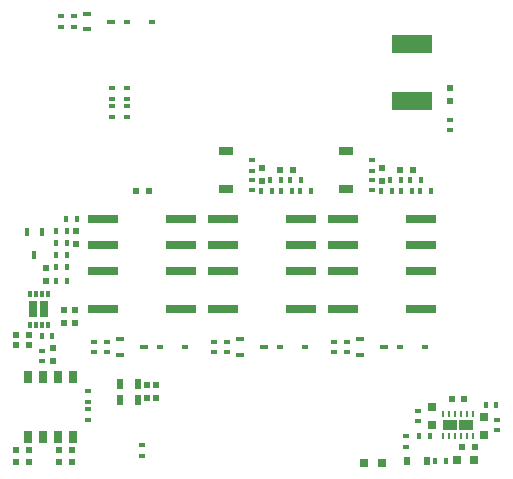
<source format=gbr>
G04 #@! TF.FileFunction,Paste,Top*
%FSLAX46Y46*%
G04 Gerber Fmt 4.6, Leading zero omitted, Abs format (unit mm)*
G04 Created by KiCad (PCBNEW 4.0.7) date 06/16/18 22:40:50*
%MOMM*%
%LPD*%
G01*
G04 APERTURE LIST*
%ADD10C,0.100000*%
%ADD11R,0.748500X0.798400*%
%ADD12R,0.249500X0.499000*%
%ADD13R,1.167660X0.948100*%
%ADD14R,0.499000X0.598800*%
%ADD15R,0.598800X0.499000*%
%ADD16R,1.197600X0.798400*%
%ADD17R,0.798400X0.748500*%
%ADD18R,0.598800X0.449100*%
%ADD19R,0.449100X0.698600*%
%ADD20R,0.598800X0.798400*%
%ADD21R,3.493000X1.596800*%
%ADD22R,2.554880X0.798400*%
%ADD23R,0.499000X0.898200*%
%ADD24R,0.698600X0.449100*%
%ADD25R,0.598800X0.399200*%
%ADD26R,0.399200X0.598800*%
%ADD27R,0.760476X1.140714*%
%ADD28R,0.748500X1.347300*%
%ADD29R,0.299400X0.598800*%
G04 APERTURE END LIST*
D10*
D11*
X170180000Y-113208500D03*
X170180000Y-111708500D03*
D12*
X166707500Y-111445000D03*
X167207500Y-111445000D03*
X167707500Y-111445000D03*
X168207500Y-111445000D03*
X168707500Y-111445000D03*
X169207500Y-111445000D03*
X169207500Y-113345000D03*
X168707500Y-113345000D03*
X168207500Y-113345000D03*
X166707500Y-113345000D03*
X167207500Y-113345000D03*
D13*
X167257500Y-112395000D03*
X168657500Y-112395000D03*
D12*
X167707500Y-113345000D03*
D14*
X167259000Y-85005000D03*
X167259000Y-83905000D03*
D15*
X163026000Y-90805000D03*
X164126000Y-90805000D03*
D14*
X161544000Y-91736000D03*
X161544000Y-90636000D03*
D16*
X158496000Y-92405000D03*
X158496000Y-89205000D03*
D15*
X152866000Y-90805000D03*
X153966000Y-90805000D03*
D14*
X151384000Y-91736000D03*
X151384000Y-90636000D03*
D16*
X148336000Y-92405000D03*
X148336000Y-89205000D03*
D15*
X140674000Y-92583000D03*
X141774000Y-92583000D03*
D14*
X135636000Y-97070000D03*
X135636000Y-95970000D03*
X142367000Y-109051000D03*
X142367000Y-110151000D03*
X141605000Y-110151000D03*
X141605000Y-109051000D03*
D15*
X134197000Y-115570000D03*
X135297000Y-115570000D03*
X131614000Y-114554000D03*
X130514000Y-114554000D03*
X135297000Y-114554000D03*
X134197000Y-114554000D03*
X130514000Y-115570000D03*
X131614000Y-115570000D03*
D17*
X161532000Y-115633500D03*
X160032000Y-115633500D03*
X169342500Y-115379500D03*
X167842500Y-115379500D03*
D15*
X167407500Y-110236000D03*
X168507500Y-110236000D03*
X169396500Y-114300000D03*
X168296500Y-114300000D03*
D11*
X165735000Y-112383000D03*
X165735000Y-110883000D03*
D18*
X142051750Y-78263750D03*
X139951750Y-78263750D03*
X165134000Y-105791000D03*
X163034000Y-105791000D03*
X154974000Y-105791000D03*
X152874000Y-105791000D03*
X144814000Y-105791000D03*
X142714000Y-105791000D03*
D19*
X132730000Y-96028000D03*
X131430000Y-96028000D03*
X132080000Y-98028000D03*
D20*
X163615000Y-115443000D03*
X165315000Y-115443000D03*
D21*
X164084000Y-84990000D03*
X164084000Y-80110000D03*
D22*
X158224000Y-102555000D03*
X164864000Y-102555000D03*
X158224000Y-94955000D03*
X158224000Y-97155000D03*
X164864000Y-94955000D03*
X164864000Y-97155000D03*
X158224000Y-99355000D03*
X164864000Y-99355000D03*
X148064000Y-102555000D03*
X154704000Y-102555000D03*
X148064000Y-94955000D03*
X148064000Y-97155000D03*
X154704000Y-94955000D03*
X154704000Y-97155000D03*
X148064000Y-99355000D03*
X154704000Y-99355000D03*
X137904000Y-102555000D03*
X144544000Y-102555000D03*
X137904000Y-94955000D03*
X137904000Y-97155000D03*
X144544000Y-94955000D03*
X144544000Y-97155000D03*
X137904000Y-99355000D03*
X144544000Y-99355000D03*
D23*
X139331000Y-110299500D03*
X140831000Y-110299500D03*
X139331000Y-108902500D03*
X140831000Y-108902500D03*
D24*
X136572750Y-77613750D03*
X136572750Y-78913750D03*
X138572750Y-78263750D03*
X159655000Y-105141000D03*
X159655000Y-106441000D03*
X161655000Y-105791000D03*
X149495000Y-105141000D03*
X149495000Y-106441000D03*
X151495000Y-105791000D03*
X139335000Y-105141000D03*
X139335000Y-106441000D03*
X141335000Y-105791000D03*
D25*
X135445500Y-77782000D03*
X135445500Y-78682000D03*
X134366000Y-77782000D03*
X134366000Y-78682000D03*
X139954000Y-84778000D03*
X139954000Y-83878000D03*
X139954000Y-85402000D03*
X139954000Y-86302000D03*
X138684000Y-85402000D03*
X138684000Y-86302000D03*
X138684000Y-84778000D03*
X138684000Y-83878000D03*
X167259000Y-87445000D03*
X167259000Y-86545000D03*
X158559500Y-105341000D03*
X158559500Y-106241000D03*
X157480000Y-105341000D03*
X157480000Y-106241000D03*
D26*
X164777000Y-92583000D03*
X165677000Y-92583000D03*
X163888000Y-91694000D03*
X164788000Y-91694000D03*
X162237000Y-91694000D03*
X163137000Y-91694000D03*
D25*
X160655000Y-91625000D03*
X160655000Y-92525000D03*
D26*
X161475000Y-92583000D03*
X162375000Y-92583000D03*
X163126000Y-92583000D03*
X164026000Y-92583000D03*
D25*
X160655000Y-90874000D03*
X160655000Y-89974000D03*
X148399500Y-105341000D03*
X148399500Y-106241000D03*
X147320000Y-105341000D03*
X147320000Y-106241000D03*
D26*
X154617000Y-92583000D03*
X155517000Y-92583000D03*
X153728000Y-91694000D03*
X154628000Y-91694000D03*
X152077000Y-91694000D03*
X152977000Y-91694000D03*
D25*
X150495000Y-91625000D03*
X150495000Y-92525000D03*
D26*
X151315000Y-92583000D03*
X152215000Y-92583000D03*
X152966000Y-92583000D03*
X153866000Y-92583000D03*
D25*
X150495000Y-90874000D03*
X150495000Y-89974000D03*
X138239500Y-105341000D03*
X138239500Y-106241000D03*
X137160000Y-105341000D03*
X137160000Y-106241000D03*
D26*
X134816000Y-97028000D03*
X133916000Y-97028000D03*
X133916000Y-96012000D03*
X134816000Y-96012000D03*
X134805000Y-94996000D03*
X135705000Y-94996000D03*
X134816000Y-98044000D03*
X133916000Y-98044000D03*
D25*
X136652000Y-110432000D03*
X136652000Y-109532000D03*
X136652000Y-111956000D03*
X136652000Y-111056000D03*
X141224000Y-115004000D03*
X141224000Y-114104000D03*
D26*
X166947000Y-115443000D03*
X166047000Y-115443000D03*
D25*
X163576000Y-113342000D03*
X163576000Y-114242000D03*
X164592000Y-111183000D03*
X164592000Y-112083000D03*
D26*
X164650000Y-113347500D03*
X165550000Y-113347500D03*
X170301500Y-110680500D03*
X171201500Y-110680500D03*
D25*
X171259500Y-111945000D03*
X171259500Y-112845000D03*
D14*
X133629400Y-105876000D03*
X133629400Y-106976000D03*
X133096000Y-99145000D03*
X133096000Y-100245000D03*
X135509000Y-103801000D03*
X135509000Y-102701000D03*
X134620000Y-102701000D03*
X134620000Y-103801000D03*
D15*
X131614000Y-105664000D03*
X130514000Y-105664000D03*
X130514000Y-104775000D03*
X131614000Y-104775000D03*
D26*
X132722200Y-104902000D03*
X133622200Y-104902000D03*
X134816000Y-99060000D03*
X133916000Y-99060000D03*
D25*
X132715000Y-107003000D03*
X132715000Y-106103000D03*
D26*
X133916000Y-100203000D03*
X134816000Y-100203000D03*
D27*
X131572000Y-108331000D03*
X132842000Y-108331000D03*
X134112000Y-108331000D03*
X135382000Y-108331000D03*
X131572000Y-113411000D03*
X132842000Y-113411000D03*
X134112000Y-113411000D03*
X135382000Y-113411000D03*
D28*
X132011000Y-102616000D03*
D29*
X131711000Y-103916000D03*
X132211000Y-103916000D03*
X132711000Y-103916000D03*
X133211000Y-103916000D03*
X133211000Y-101316000D03*
X132711000Y-101316000D03*
X132211000Y-101316000D03*
X131711000Y-101316000D03*
D28*
X132911000Y-102616000D03*
M02*

</source>
